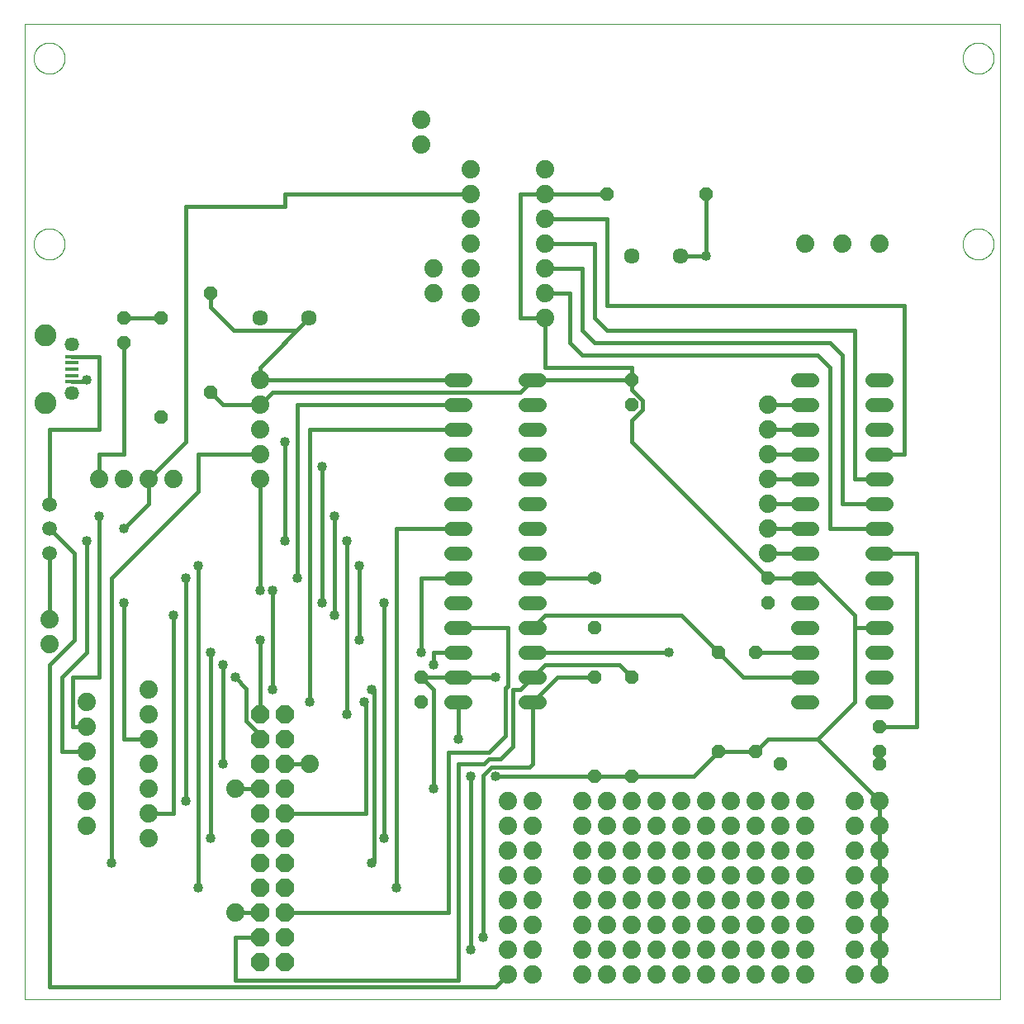
<source format=gtl>
G75*
%MOIN*%
%OFA0B0*%
%FSLAX25Y25*%
%IPPOS*%
%LPD*%
%AMOC8*
5,1,8,0,0,1.08239X$1,22.5*
%
%ADD10C,0.00000*%
%ADD11C,0.05600*%
%ADD12R,0.05315X0.01575*%
%ADD13C,0.05746*%
%ADD14C,0.08858*%
%ADD15C,0.07400*%
%ADD16C,0.05943*%
%ADD17OC8,0.05600*%
%ADD18C,0.06337*%
%ADD19C,0.05600*%
%ADD20OC8,0.07400*%
%ADD21C,0.01600*%
%ADD22C,0.04000*%
D10*
X0091250Y0001800D02*
X0091250Y0395501D01*
X0484951Y0395501D01*
X0484951Y0001800D01*
X0091250Y0001800D01*
X0095000Y0306800D02*
X0095002Y0306958D01*
X0095008Y0307115D01*
X0095018Y0307273D01*
X0095032Y0307430D01*
X0095050Y0307586D01*
X0095071Y0307743D01*
X0095097Y0307898D01*
X0095127Y0308053D01*
X0095160Y0308207D01*
X0095198Y0308360D01*
X0095239Y0308513D01*
X0095284Y0308664D01*
X0095333Y0308814D01*
X0095386Y0308962D01*
X0095442Y0309110D01*
X0095503Y0309255D01*
X0095566Y0309400D01*
X0095634Y0309542D01*
X0095705Y0309683D01*
X0095779Y0309822D01*
X0095857Y0309959D01*
X0095939Y0310094D01*
X0096023Y0310227D01*
X0096112Y0310358D01*
X0096203Y0310486D01*
X0096298Y0310613D01*
X0096395Y0310736D01*
X0096496Y0310858D01*
X0096600Y0310976D01*
X0096707Y0311092D01*
X0096817Y0311205D01*
X0096929Y0311316D01*
X0097045Y0311423D01*
X0097163Y0311528D01*
X0097283Y0311630D01*
X0097406Y0311728D01*
X0097532Y0311824D01*
X0097660Y0311916D01*
X0097790Y0312005D01*
X0097922Y0312091D01*
X0098057Y0312173D01*
X0098194Y0312252D01*
X0098332Y0312327D01*
X0098472Y0312399D01*
X0098615Y0312467D01*
X0098758Y0312532D01*
X0098904Y0312593D01*
X0099051Y0312650D01*
X0099199Y0312704D01*
X0099349Y0312754D01*
X0099499Y0312800D01*
X0099651Y0312842D01*
X0099804Y0312881D01*
X0099958Y0312915D01*
X0100113Y0312946D01*
X0100268Y0312972D01*
X0100424Y0312995D01*
X0100581Y0313014D01*
X0100738Y0313029D01*
X0100895Y0313040D01*
X0101053Y0313047D01*
X0101211Y0313050D01*
X0101368Y0313049D01*
X0101526Y0313044D01*
X0101683Y0313035D01*
X0101841Y0313022D01*
X0101997Y0313005D01*
X0102154Y0312984D01*
X0102309Y0312960D01*
X0102464Y0312931D01*
X0102619Y0312898D01*
X0102772Y0312862D01*
X0102925Y0312821D01*
X0103076Y0312777D01*
X0103226Y0312729D01*
X0103375Y0312678D01*
X0103523Y0312622D01*
X0103669Y0312563D01*
X0103814Y0312500D01*
X0103957Y0312433D01*
X0104098Y0312363D01*
X0104237Y0312290D01*
X0104375Y0312213D01*
X0104511Y0312132D01*
X0104644Y0312048D01*
X0104775Y0311961D01*
X0104904Y0311870D01*
X0105031Y0311776D01*
X0105156Y0311679D01*
X0105277Y0311579D01*
X0105397Y0311476D01*
X0105513Y0311370D01*
X0105627Y0311261D01*
X0105739Y0311149D01*
X0105847Y0311035D01*
X0105952Y0310917D01*
X0106055Y0310797D01*
X0106154Y0310675D01*
X0106250Y0310550D01*
X0106343Y0310422D01*
X0106433Y0310293D01*
X0106519Y0310161D01*
X0106603Y0310027D01*
X0106682Y0309891D01*
X0106759Y0309753D01*
X0106831Y0309613D01*
X0106900Y0309471D01*
X0106966Y0309328D01*
X0107028Y0309183D01*
X0107086Y0309036D01*
X0107141Y0308888D01*
X0107192Y0308739D01*
X0107239Y0308588D01*
X0107282Y0308437D01*
X0107321Y0308284D01*
X0107357Y0308130D01*
X0107388Y0307976D01*
X0107416Y0307821D01*
X0107440Y0307665D01*
X0107460Y0307508D01*
X0107476Y0307351D01*
X0107488Y0307194D01*
X0107496Y0307037D01*
X0107500Y0306879D01*
X0107500Y0306721D01*
X0107496Y0306563D01*
X0107488Y0306406D01*
X0107476Y0306249D01*
X0107460Y0306092D01*
X0107440Y0305935D01*
X0107416Y0305779D01*
X0107388Y0305624D01*
X0107357Y0305470D01*
X0107321Y0305316D01*
X0107282Y0305163D01*
X0107239Y0305012D01*
X0107192Y0304861D01*
X0107141Y0304712D01*
X0107086Y0304564D01*
X0107028Y0304417D01*
X0106966Y0304272D01*
X0106900Y0304129D01*
X0106831Y0303987D01*
X0106759Y0303847D01*
X0106682Y0303709D01*
X0106603Y0303573D01*
X0106519Y0303439D01*
X0106433Y0303307D01*
X0106343Y0303178D01*
X0106250Y0303050D01*
X0106154Y0302925D01*
X0106055Y0302803D01*
X0105952Y0302683D01*
X0105847Y0302565D01*
X0105739Y0302451D01*
X0105627Y0302339D01*
X0105513Y0302230D01*
X0105397Y0302124D01*
X0105277Y0302021D01*
X0105156Y0301921D01*
X0105031Y0301824D01*
X0104904Y0301730D01*
X0104775Y0301639D01*
X0104644Y0301552D01*
X0104511Y0301468D01*
X0104375Y0301387D01*
X0104237Y0301310D01*
X0104098Y0301237D01*
X0103957Y0301167D01*
X0103814Y0301100D01*
X0103669Y0301037D01*
X0103523Y0300978D01*
X0103375Y0300922D01*
X0103226Y0300871D01*
X0103076Y0300823D01*
X0102925Y0300779D01*
X0102772Y0300738D01*
X0102619Y0300702D01*
X0102464Y0300669D01*
X0102309Y0300640D01*
X0102154Y0300616D01*
X0101997Y0300595D01*
X0101841Y0300578D01*
X0101683Y0300565D01*
X0101526Y0300556D01*
X0101368Y0300551D01*
X0101211Y0300550D01*
X0101053Y0300553D01*
X0100895Y0300560D01*
X0100738Y0300571D01*
X0100581Y0300586D01*
X0100424Y0300605D01*
X0100268Y0300628D01*
X0100113Y0300654D01*
X0099958Y0300685D01*
X0099804Y0300719D01*
X0099651Y0300758D01*
X0099499Y0300800D01*
X0099349Y0300846D01*
X0099199Y0300896D01*
X0099051Y0300950D01*
X0098904Y0301007D01*
X0098758Y0301068D01*
X0098615Y0301133D01*
X0098472Y0301201D01*
X0098332Y0301273D01*
X0098194Y0301348D01*
X0098057Y0301427D01*
X0097922Y0301509D01*
X0097790Y0301595D01*
X0097660Y0301684D01*
X0097532Y0301776D01*
X0097406Y0301872D01*
X0097283Y0301970D01*
X0097163Y0302072D01*
X0097045Y0302177D01*
X0096929Y0302284D01*
X0096817Y0302395D01*
X0096707Y0302508D01*
X0096600Y0302624D01*
X0096496Y0302742D01*
X0096395Y0302864D01*
X0096298Y0302987D01*
X0096203Y0303114D01*
X0096112Y0303242D01*
X0096023Y0303373D01*
X0095939Y0303506D01*
X0095857Y0303641D01*
X0095779Y0303778D01*
X0095705Y0303917D01*
X0095634Y0304058D01*
X0095566Y0304200D01*
X0095503Y0304345D01*
X0095442Y0304490D01*
X0095386Y0304638D01*
X0095333Y0304786D01*
X0095284Y0304936D01*
X0095239Y0305087D01*
X0095198Y0305240D01*
X0095160Y0305393D01*
X0095127Y0305547D01*
X0095097Y0305702D01*
X0095071Y0305857D01*
X0095050Y0306014D01*
X0095032Y0306170D01*
X0095018Y0306327D01*
X0095008Y0306485D01*
X0095002Y0306642D01*
X0095000Y0306800D01*
X0095000Y0381800D02*
X0095002Y0381958D01*
X0095008Y0382115D01*
X0095018Y0382273D01*
X0095032Y0382430D01*
X0095050Y0382586D01*
X0095071Y0382743D01*
X0095097Y0382898D01*
X0095127Y0383053D01*
X0095160Y0383207D01*
X0095198Y0383360D01*
X0095239Y0383513D01*
X0095284Y0383664D01*
X0095333Y0383814D01*
X0095386Y0383962D01*
X0095442Y0384110D01*
X0095503Y0384255D01*
X0095566Y0384400D01*
X0095634Y0384542D01*
X0095705Y0384683D01*
X0095779Y0384822D01*
X0095857Y0384959D01*
X0095939Y0385094D01*
X0096023Y0385227D01*
X0096112Y0385358D01*
X0096203Y0385486D01*
X0096298Y0385613D01*
X0096395Y0385736D01*
X0096496Y0385858D01*
X0096600Y0385976D01*
X0096707Y0386092D01*
X0096817Y0386205D01*
X0096929Y0386316D01*
X0097045Y0386423D01*
X0097163Y0386528D01*
X0097283Y0386630D01*
X0097406Y0386728D01*
X0097532Y0386824D01*
X0097660Y0386916D01*
X0097790Y0387005D01*
X0097922Y0387091D01*
X0098057Y0387173D01*
X0098194Y0387252D01*
X0098332Y0387327D01*
X0098472Y0387399D01*
X0098615Y0387467D01*
X0098758Y0387532D01*
X0098904Y0387593D01*
X0099051Y0387650D01*
X0099199Y0387704D01*
X0099349Y0387754D01*
X0099499Y0387800D01*
X0099651Y0387842D01*
X0099804Y0387881D01*
X0099958Y0387915D01*
X0100113Y0387946D01*
X0100268Y0387972D01*
X0100424Y0387995D01*
X0100581Y0388014D01*
X0100738Y0388029D01*
X0100895Y0388040D01*
X0101053Y0388047D01*
X0101211Y0388050D01*
X0101368Y0388049D01*
X0101526Y0388044D01*
X0101683Y0388035D01*
X0101841Y0388022D01*
X0101997Y0388005D01*
X0102154Y0387984D01*
X0102309Y0387960D01*
X0102464Y0387931D01*
X0102619Y0387898D01*
X0102772Y0387862D01*
X0102925Y0387821D01*
X0103076Y0387777D01*
X0103226Y0387729D01*
X0103375Y0387678D01*
X0103523Y0387622D01*
X0103669Y0387563D01*
X0103814Y0387500D01*
X0103957Y0387433D01*
X0104098Y0387363D01*
X0104237Y0387290D01*
X0104375Y0387213D01*
X0104511Y0387132D01*
X0104644Y0387048D01*
X0104775Y0386961D01*
X0104904Y0386870D01*
X0105031Y0386776D01*
X0105156Y0386679D01*
X0105277Y0386579D01*
X0105397Y0386476D01*
X0105513Y0386370D01*
X0105627Y0386261D01*
X0105739Y0386149D01*
X0105847Y0386035D01*
X0105952Y0385917D01*
X0106055Y0385797D01*
X0106154Y0385675D01*
X0106250Y0385550D01*
X0106343Y0385422D01*
X0106433Y0385293D01*
X0106519Y0385161D01*
X0106603Y0385027D01*
X0106682Y0384891D01*
X0106759Y0384753D01*
X0106831Y0384613D01*
X0106900Y0384471D01*
X0106966Y0384328D01*
X0107028Y0384183D01*
X0107086Y0384036D01*
X0107141Y0383888D01*
X0107192Y0383739D01*
X0107239Y0383588D01*
X0107282Y0383437D01*
X0107321Y0383284D01*
X0107357Y0383130D01*
X0107388Y0382976D01*
X0107416Y0382821D01*
X0107440Y0382665D01*
X0107460Y0382508D01*
X0107476Y0382351D01*
X0107488Y0382194D01*
X0107496Y0382037D01*
X0107500Y0381879D01*
X0107500Y0381721D01*
X0107496Y0381563D01*
X0107488Y0381406D01*
X0107476Y0381249D01*
X0107460Y0381092D01*
X0107440Y0380935D01*
X0107416Y0380779D01*
X0107388Y0380624D01*
X0107357Y0380470D01*
X0107321Y0380316D01*
X0107282Y0380163D01*
X0107239Y0380012D01*
X0107192Y0379861D01*
X0107141Y0379712D01*
X0107086Y0379564D01*
X0107028Y0379417D01*
X0106966Y0379272D01*
X0106900Y0379129D01*
X0106831Y0378987D01*
X0106759Y0378847D01*
X0106682Y0378709D01*
X0106603Y0378573D01*
X0106519Y0378439D01*
X0106433Y0378307D01*
X0106343Y0378178D01*
X0106250Y0378050D01*
X0106154Y0377925D01*
X0106055Y0377803D01*
X0105952Y0377683D01*
X0105847Y0377565D01*
X0105739Y0377451D01*
X0105627Y0377339D01*
X0105513Y0377230D01*
X0105397Y0377124D01*
X0105277Y0377021D01*
X0105156Y0376921D01*
X0105031Y0376824D01*
X0104904Y0376730D01*
X0104775Y0376639D01*
X0104644Y0376552D01*
X0104511Y0376468D01*
X0104375Y0376387D01*
X0104237Y0376310D01*
X0104098Y0376237D01*
X0103957Y0376167D01*
X0103814Y0376100D01*
X0103669Y0376037D01*
X0103523Y0375978D01*
X0103375Y0375922D01*
X0103226Y0375871D01*
X0103076Y0375823D01*
X0102925Y0375779D01*
X0102772Y0375738D01*
X0102619Y0375702D01*
X0102464Y0375669D01*
X0102309Y0375640D01*
X0102154Y0375616D01*
X0101997Y0375595D01*
X0101841Y0375578D01*
X0101683Y0375565D01*
X0101526Y0375556D01*
X0101368Y0375551D01*
X0101211Y0375550D01*
X0101053Y0375553D01*
X0100895Y0375560D01*
X0100738Y0375571D01*
X0100581Y0375586D01*
X0100424Y0375605D01*
X0100268Y0375628D01*
X0100113Y0375654D01*
X0099958Y0375685D01*
X0099804Y0375719D01*
X0099651Y0375758D01*
X0099499Y0375800D01*
X0099349Y0375846D01*
X0099199Y0375896D01*
X0099051Y0375950D01*
X0098904Y0376007D01*
X0098758Y0376068D01*
X0098615Y0376133D01*
X0098472Y0376201D01*
X0098332Y0376273D01*
X0098194Y0376348D01*
X0098057Y0376427D01*
X0097922Y0376509D01*
X0097790Y0376595D01*
X0097660Y0376684D01*
X0097532Y0376776D01*
X0097406Y0376872D01*
X0097283Y0376970D01*
X0097163Y0377072D01*
X0097045Y0377177D01*
X0096929Y0377284D01*
X0096817Y0377395D01*
X0096707Y0377508D01*
X0096600Y0377624D01*
X0096496Y0377742D01*
X0096395Y0377864D01*
X0096298Y0377987D01*
X0096203Y0378114D01*
X0096112Y0378242D01*
X0096023Y0378373D01*
X0095939Y0378506D01*
X0095857Y0378641D01*
X0095779Y0378778D01*
X0095705Y0378917D01*
X0095634Y0379058D01*
X0095566Y0379200D01*
X0095503Y0379345D01*
X0095442Y0379490D01*
X0095386Y0379638D01*
X0095333Y0379786D01*
X0095284Y0379936D01*
X0095239Y0380087D01*
X0095198Y0380240D01*
X0095160Y0380393D01*
X0095127Y0380547D01*
X0095097Y0380702D01*
X0095071Y0380857D01*
X0095050Y0381014D01*
X0095032Y0381170D01*
X0095018Y0381327D01*
X0095008Y0381485D01*
X0095002Y0381642D01*
X0095000Y0381800D01*
X0470000Y0381800D02*
X0470002Y0381958D01*
X0470008Y0382115D01*
X0470018Y0382273D01*
X0470032Y0382430D01*
X0470050Y0382586D01*
X0470071Y0382743D01*
X0470097Y0382898D01*
X0470127Y0383053D01*
X0470160Y0383207D01*
X0470198Y0383360D01*
X0470239Y0383513D01*
X0470284Y0383664D01*
X0470333Y0383814D01*
X0470386Y0383962D01*
X0470442Y0384110D01*
X0470503Y0384255D01*
X0470566Y0384400D01*
X0470634Y0384542D01*
X0470705Y0384683D01*
X0470779Y0384822D01*
X0470857Y0384959D01*
X0470939Y0385094D01*
X0471023Y0385227D01*
X0471112Y0385358D01*
X0471203Y0385486D01*
X0471298Y0385613D01*
X0471395Y0385736D01*
X0471496Y0385858D01*
X0471600Y0385976D01*
X0471707Y0386092D01*
X0471817Y0386205D01*
X0471929Y0386316D01*
X0472045Y0386423D01*
X0472163Y0386528D01*
X0472283Y0386630D01*
X0472406Y0386728D01*
X0472532Y0386824D01*
X0472660Y0386916D01*
X0472790Y0387005D01*
X0472922Y0387091D01*
X0473057Y0387173D01*
X0473194Y0387252D01*
X0473332Y0387327D01*
X0473472Y0387399D01*
X0473615Y0387467D01*
X0473758Y0387532D01*
X0473904Y0387593D01*
X0474051Y0387650D01*
X0474199Y0387704D01*
X0474349Y0387754D01*
X0474499Y0387800D01*
X0474651Y0387842D01*
X0474804Y0387881D01*
X0474958Y0387915D01*
X0475113Y0387946D01*
X0475268Y0387972D01*
X0475424Y0387995D01*
X0475581Y0388014D01*
X0475738Y0388029D01*
X0475895Y0388040D01*
X0476053Y0388047D01*
X0476211Y0388050D01*
X0476368Y0388049D01*
X0476526Y0388044D01*
X0476683Y0388035D01*
X0476841Y0388022D01*
X0476997Y0388005D01*
X0477154Y0387984D01*
X0477309Y0387960D01*
X0477464Y0387931D01*
X0477619Y0387898D01*
X0477772Y0387862D01*
X0477925Y0387821D01*
X0478076Y0387777D01*
X0478226Y0387729D01*
X0478375Y0387678D01*
X0478523Y0387622D01*
X0478669Y0387563D01*
X0478814Y0387500D01*
X0478957Y0387433D01*
X0479098Y0387363D01*
X0479237Y0387290D01*
X0479375Y0387213D01*
X0479511Y0387132D01*
X0479644Y0387048D01*
X0479775Y0386961D01*
X0479904Y0386870D01*
X0480031Y0386776D01*
X0480156Y0386679D01*
X0480277Y0386579D01*
X0480397Y0386476D01*
X0480513Y0386370D01*
X0480627Y0386261D01*
X0480739Y0386149D01*
X0480847Y0386035D01*
X0480952Y0385917D01*
X0481055Y0385797D01*
X0481154Y0385675D01*
X0481250Y0385550D01*
X0481343Y0385422D01*
X0481433Y0385293D01*
X0481519Y0385161D01*
X0481603Y0385027D01*
X0481682Y0384891D01*
X0481759Y0384753D01*
X0481831Y0384613D01*
X0481900Y0384471D01*
X0481966Y0384328D01*
X0482028Y0384183D01*
X0482086Y0384036D01*
X0482141Y0383888D01*
X0482192Y0383739D01*
X0482239Y0383588D01*
X0482282Y0383437D01*
X0482321Y0383284D01*
X0482357Y0383130D01*
X0482388Y0382976D01*
X0482416Y0382821D01*
X0482440Y0382665D01*
X0482460Y0382508D01*
X0482476Y0382351D01*
X0482488Y0382194D01*
X0482496Y0382037D01*
X0482500Y0381879D01*
X0482500Y0381721D01*
X0482496Y0381563D01*
X0482488Y0381406D01*
X0482476Y0381249D01*
X0482460Y0381092D01*
X0482440Y0380935D01*
X0482416Y0380779D01*
X0482388Y0380624D01*
X0482357Y0380470D01*
X0482321Y0380316D01*
X0482282Y0380163D01*
X0482239Y0380012D01*
X0482192Y0379861D01*
X0482141Y0379712D01*
X0482086Y0379564D01*
X0482028Y0379417D01*
X0481966Y0379272D01*
X0481900Y0379129D01*
X0481831Y0378987D01*
X0481759Y0378847D01*
X0481682Y0378709D01*
X0481603Y0378573D01*
X0481519Y0378439D01*
X0481433Y0378307D01*
X0481343Y0378178D01*
X0481250Y0378050D01*
X0481154Y0377925D01*
X0481055Y0377803D01*
X0480952Y0377683D01*
X0480847Y0377565D01*
X0480739Y0377451D01*
X0480627Y0377339D01*
X0480513Y0377230D01*
X0480397Y0377124D01*
X0480277Y0377021D01*
X0480156Y0376921D01*
X0480031Y0376824D01*
X0479904Y0376730D01*
X0479775Y0376639D01*
X0479644Y0376552D01*
X0479511Y0376468D01*
X0479375Y0376387D01*
X0479237Y0376310D01*
X0479098Y0376237D01*
X0478957Y0376167D01*
X0478814Y0376100D01*
X0478669Y0376037D01*
X0478523Y0375978D01*
X0478375Y0375922D01*
X0478226Y0375871D01*
X0478076Y0375823D01*
X0477925Y0375779D01*
X0477772Y0375738D01*
X0477619Y0375702D01*
X0477464Y0375669D01*
X0477309Y0375640D01*
X0477154Y0375616D01*
X0476997Y0375595D01*
X0476841Y0375578D01*
X0476683Y0375565D01*
X0476526Y0375556D01*
X0476368Y0375551D01*
X0476211Y0375550D01*
X0476053Y0375553D01*
X0475895Y0375560D01*
X0475738Y0375571D01*
X0475581Y0375586D01*
X0475424Y0375605D01*
X0475268Y0375628D01*
X0475113Y0375654D01*
X0474958Y0375685D01*
X0474804Y0375719D01*
X0474651Y0375758D01*
X0474499Y0375800D01*
X0474349Y0375846D01*
X0474199Y0375896D01*
X0474051Y0375950D01*
X0473904Y0376007D01*
X0473758Y0376068D01*
X0473615Y0376133D01*
X0473472Y0376201D01*
X0473332Y0376273D01*
X0473194Y0376348D01*
X0473057Y0376427D01*
X0472922Y0376509D01*
X0472790Y0376595D01*
X0472660Y0376684D01*
X0472532Y0376776D01*
X0472406Y0376872D01*
X0472283Y0376970D01*
X0472163Y0377072D01*
X0472045Y0377177D01*
X0471929Y0377284D01*
X0471817Y0377395D01*
X0471707Y0377508D01*
X0471600Y0377624D01*
X0471496Y0377742D01*
X0471395Y0377864D01*
X0471298Y0377987D01*
X0471203Y0378114D01*
X0471112Y0378242D01*
X0471023Y0378373D01*
X0470939Y0378506D01*
X0470857Y0378641D01*
X0470779Y0378778D01*
X0470705Y0378917D01*
X0470634Y0379058D01*
X0470566Y0379200D01*
X0470503Y0379345D01*
X0470442Y0379490D01*
X0470386Y0379638D01*
X0470333Y0379786D01*
X0470284Y0379936D01*
X0470239Y0380087D01*
X0470198Y0380240D01*
X0470160Y0380393D01*
X0470127Y0380547D01*
X0470097Y0380702D01*
X0470071Y0380857D01*
X0470050Y0381014D01*
X0470032Y0381170D01*
X0470018Y0381327D01*
X0470008Y0381485D01*
X0470002Y0381642D01*
X0470000Y0381800D01*
X0470000Y0306800D02*
X0470002Y0306958D01*
X0470008Y0307115D01*
X0470018Y0307273D01*
X0470032Y0307430D01*
X0470050Y0307586D01*
X0470071Y0307743D01*
X0470097Y0307898D01*
X0470127Y0308053D01*
X0470160Y0308207D01*
X0470198Y0308360D01*
X0470239Y0308513D01*
X0470284Y0308664D01*
X0470333Y0308814D01*
X0470386Y0308962D01*
X0470442Y0309110D01*
X0470503Y0309255D01*
X0470566Y0309400D01*
X0470634Y0309542D01*
X0470705Y0309683D01*
X0470779Y0309822D01*
X0470857Y0309959D01*
X0470939Y0310094D01*
X0471023Y0310227D01*
X0471112Y0310358D01*
X0471203Y0310486D01*
X0471298Y0310613D01*
X0471395Y0310736D01*
X0471496Y0310858D01*
X0471600Y0310976D01*
X0471707Y0311092D01*
X0471817Y0311205D01*
X0471929Y0311316D01*
X0472045Y0311423D01*
X0472163Y0311528D01*
X0472283Y0311630D01*
X0472406Y0311728D01*
X0472532Y0311824D01*
X0472660Y0311916D01*
X0472790Y0312005D01*
X0472922Y0312091D01*
X0473057Y0312173D01*
X0473194Y0312252D01*
X0473332Y0312327D01*
X0473472Y0312399D01*
X0473615Y0312467D01*
X0473758Y0312532D01*
X0473904Y0312593D01*
X0474051Y0312650D01*
X0474199Y0312704D01*
X0474349Y0312754D01*
X0474499Y0312800D01*
X0474651Y0312842D01*
X0474804Y0312881D01*
X0474958Y0312915D01*
X0475113Y0312946D01*
X0475268Y0312972D01*
X0475424Y0312995D01*
X0475581Y0313014D01*
X0475738Y0313029D01*
X0475895Y0313040D01*
X0476053Y0313047D01*
X0476211Y0313050D01*
X0476368Y0313049D01*
X0476526Y0313044D01*
X0476683Y0313035D01*
X0476841Y0313022D01*
X0476997Y0313005D01*
X0477154Y0312984D01*
X0477309Y0312960D01*
X0477464Y0312931D01*
X0477619Y0312898D01*
X0477772Y0312862D01*
X0477925Y0312821D01*
X0478076Y0312777D01*
X0478226Y0312729D01*
X0478375Y0312678D01*
X0478523Y0312622D01*
X0478669Y0312563D01*
X0478814Y0312500D01*
X0478957Y0312433D01*
X0479098Y0312363D01*
X0479237Y0312290D01*
X0479375Y0312213D01*
X0479511Y0312132D01*
X0479644Y0312048D01*
X0479775Y0311961D01*
X0479904Y0311870D01*
X0480031Y0311776D01*
X0480156Y0311679D01*
X0480277Y0311579D01*
X0480397Y0311476D01*
X0480513Y0311370D01*
X0480627Y0311261D01*
X0480739Y0311149D01*
X0480847Y0311035D01*
X0480952Y0310917D01*
X0481055Y0310797D01*
X0481154Y0310675D01*
X0481250Y0310550D01*
X0481343Y0310422D01*
X0481433Y0310293D01*
X0481519Y0310161D01*
X0481603Y0310027D01*
X0481682Y0309891D01*
X0481759Y0309753D01*
X0481831Y0309613D01*
X0481900Y0309471D01*
X0481966Y0309328D01*
X0482028Y0309183D01*
X0482086Y0309036D01*
X0482141Y0308888D01*
X0482192Y0308739D01*
X0482239Y0308588D01*
X0482282Y0308437D01*
X0482321Y0308284D01*
X0482357Y0308130D01*
X0482388Y0307976D01*
X0482416Y0307821D01*
X0482440Y0307665D01*
X0482460Y0307508D01*
X0482476Y0307351D01*
X0482488Y0307194D01*
X0482496Y0307037D01*
X0482500Y0306879D01*
X0482500Y0306721D01*
X0482496Y0306563D01*
X0482488Y0306406D01*
X0482476Y0306249D01*
X0482460Y0306092D01*
X0482440Y0305935D01*
X0482416Y0305779D01*
X0482388Y0305624D01*
X0482357Y0305470D01*
X0482321Y0305316D01*
X0482282Y0305163D01*
X0482239Y0305012D01*
X0482192Y0304861D01*
X0482141Y0304712D01*
X0482086Y0304564D01*
X0482028Y0304417D01*
X0481966Y0304272D01*
X0481900Y0304129D01*
X0481831Y0303987D01*
X0481759Y0303847D01*
X0481682Y0303709D01*
X0481603Y0303573D01*
X0481519Y0303439D01*
X0481433Y0303307D01*
X0481343Y0303178D01*
X0481250Y0303050D01*
X0481154Y0302925D01*
X0481055Y0302803D01*
X0480952Y0302683D01*
X0480847Y0302565D01*
X0480739Y0302451D01*
X0480627Y0302339D01*
X0480513Y0302230D01*
X0480397Y0302124D01*
X0480277Y0302021D01*
X0480156Y0301921D01*
X0480031Y0301824D01*
X0479904Y0301730D01*
X0479775Y0301639D01*
X0479644Y0301552D01*
X0479511Y0301468D01*
X0479375Y0301387D01*
X0479237Y0301310D01*
X0479098Y0301237D01*
X0478957Y0301167D01*
X0478814Y0301100D01*
X0478669Y0301037D01*
X0478523Y0300978D01*
X0478375Y0300922D01*
X0478226Y0300871D01*
X0478076Y0300823D01*
X0477925Y0300779D01*
X0477772Y0300738D01*
X0477619Y0300702D01*
X0477464Y0300669D01*
X0477309Y0300640D01*
X0477154Y0300616D01*
X0476997Y0300595D01*
X0476841Y0300578D01*
X0476683Y0300565D01*
X0476526Y0300556D01*
X0476368Y0300551D01*
X0476211Y0300550D01*
X0476053Y0300553D01*
X0475895Y0300560D01*
X0475738Y0300571D01*
X0475581Y0300586D01*
X0475424Y0300605D01*
X0475268Y0300628D01*
X0475113Y0300654D01*
X0474958Y0300685D01*
X0474804Y0300719D01*
X0474651Y0300758D01*
X0474499Y0300800D01*
X0474349Y0300846D01*
X0474199Y0300896D01*
X0474051Y0300950D01*
X0473904Y0301007D01*
X0473758Y0301068D01*
X0473615Y0301133D01*
X0473472Y0301201D01*
X0473332Y0301273D01*
X0473194Y0301348D01*
X0473057Y0301427D01*
X0472922Y0301509D01*
X0472790Y0301595D01*
X0472660Y0301684D01*
X0472532Y0301776D01*
X0472406Y0301872D01*
X0472283Y0301970D01*
X0472163Y0302072D01*
X0472045Y0302177D01*
X0471929Y0302284D01*
X0471817Y0302395D01*
X0471707Y0302508D01*
X0471600Y0302624D01*
X0471496Y0302742D01*
X0471395Y0302864D01*
X0471298Y0302987D01*
X0471203Y0303114D01*
X0471112Y0303242D01*
X0471023Y0303373D01*
X0470939Y0303506D01*
X0470857Y0303641D01*
X0470779Y0303778D01*
X0470705Y0303917D01*
X0470634Y0304058D01*
X0470566Y0304200D01*
X0470503Y0304345D01*
X0470442Y0304490D01*
X0470386Y0304638D01*
X0470333Y0304786D01*
X0470284Y0304936D01*
X0470239Y0305087D01*
X0470198Y0305240D01*
X0470160Y0305393D01*
X0470127Y0305547D01*
X0470097Y0305702D01*
X0470071Y0305857D01*
X0470050Y0306014D01*
X0470032Y0306170D01*
X0470018Y0306327D01*
X0470008Y0306485D01*
X0470002Y0306642D01*
X0470000Y0306800D01*
D11*
X0439050Y0251800D02*
X0433450Y0251800D01*
X0433450Y0241800D02*
X0439050Y0241800D01*
X0439050Y0231800D02*
X0433450Y0231800D01*
X0433450Y0221800D02*
X0439050Y0221800D01*
X0439050Y0211800D02*
X0433450Y0211800D01*
X0433450Y0201800D02*
X0439050Y0201800D01*
X0439050Y0191800D02*
X0433450Y0191800D01*
X0433450Y0181800D02*
X0439050Y0181800D01*
X0439050Y0171800D02*
X0433450Y0171800D01*
X0433450Y0161800D02*
X0439050Y0161800D01*
X0439050Y0151800D02*
X0433450Y0151800D01*
X0433450Y0141800D02*
X0439050Y0141800D01*
X0439050Y0131800D02*
X0433450Y0131800D01*
X0433450Y0121800D02*
X0439050Y0121800D01*
X0409050Y0121800D02*
X0403450Y0121800D01*
X0403450Y0131800D02*
X0409050Y0131800D01*
X0409050Y0141800D02*
X0403450Y0141800D01*
X0403450Y0151800D02*
X0409050Y0151800D01*
X0409050Y0161800D02*
X0403450Y0161800D01*
X0403450Y0171800D02*
X0409050Y0171800D01*
X0409050Y0181800D02*
X0403450Y0181800D01*
X0403450Y0191800D02*
X0409050Y0191800D01*
X0409050Y0201800D02*
X0403450Y0201800D01*
X0403450Y0211800D02*
X0409050Y0211800D01*
X0409050Y0221800D02*
X0403450Y0221800D01*
X0403450Y0231800D02*
X0409050Y0231800D01*
X0409050Y0241800D02*
X0403450Y0241800D01*
X0403450Y0251800D02*
X0409050Y0251800D01*
X0299050Y0251800D02*
X0293450Y0251800D01*
X0293450Y0241800D02*
X0299050Y0241800D01*
X0299050Y0231800D02*
X0293450Y0231800D01*
X0293450Y0221800D02*
X0299050Y0221800D01*
X0299050Y0211800D02*
X0293450Y0211800D01*
X0293450Y0201800D02*
X0299050Y0201800D01*
X0299050Y0191800D02*
X0293450Y0191800D01*
X0293450Y0181800D02*
X0299050Y0181800D01*
X0299050Y0171800D02*
X0293450Y0171800D01*
X0293450Y0161800D02*
X0299050Y0161800D01*
X0299050Y0151800D02*
X0293450Y0151800D01*
X0293450Y0141800D02*
X0299050Y0141800D01*
X0299050Y0131800D02*
X0293450Y0131800D01*
X0293450Y0121800D02*
X0299050Y0121800D01*
X0269050Y0121800D02*
X0263450Y0121800D01*
X0263450Y0131800D02*
X0269050Y0131800D01*
X0269050Y0141800D02*
X0263450Y0141800D01*
X0263450Y0151800D02*
X0269050Y0151800D01*
X0269050Y0161800D02*
X0263450Y0161800D01*
X0263450Y0171800D02*
X0269050Y0171800D01*
X0269050Y0181800D02*
X0263450Y0181800D01*
X0263450Y0191800D02*
X0269050Y0191800D01*
X0269050Y0201800D02*
X0263450Y0201800D01*
X0263450Y0211800D02*
X0269050Y0211800D01*
X0269050Y0221800D02*
X0263450Y0221800D01*
X0263450Y0231800D02*
X0269050Y0231800D01*
X0269050Y0241800D02*
X0263450Y0241800D01*
X0263450Y0251800D02*
X0269050Y0251800D01*
D12*
X0110380Y0251182D03*
X0110380Y0253741D03*
X0110380Y0256300D03*
X0110380Y0258859D03*
X0110380Y0261418D03*
D13*
X0110380Y0266143D03*
X0110380Y0246457D03*
D14*
X0099750Y0242520D03*
X0099750Y0270080D03*
D15*
X0121250Y0211800D03*
X0131250Y0211800D03*
X0141250Y0211800D03*
X0151250Y0211800D03*
X0186250Y0211800D03*
X0186250Y0221800D03*
X0186250Y0231800D03*
X0186250Y0241800D03*
X0186250Y0251800D03*
X0256250Y0286800D03*
X0256250Y0296800D03*
X0271250Y0296800D03*
X0271250Y0306800D03*
X0271250Y0316800D03*
X0271250Y0326800D03*
X0271250Y0336800D03*
X0251250Y0346800D03*
X0251250Y0356800D03*
X0301250Y0336800D03*
X0301250Y0326800D03*
X0301250Y0316800D03*
X0301250Y0306800D03*
X0301250Y0296800D03*
X0301250Y0286800D03*
X0301250Y0276800D03*
X0271250Y0276800D03*
X0271250Y0286800D03*
X0391250Y0241800D03*
X0391250Y0231800D03*
X0391250Y0221800D03*
X0391250Y0211800D03*
X0391250Y0201800D03*
X0391250Y0191800D03*
X0391250Y0181800D03*
X0386250Y0081800D03*
X0386250Y0071800D03*
X0376250Y0071800D03*
X0376250Y0081800D03*
X0366250Y0081800D03*
X0366250Y0071800D03*
X0366250Y0061800D03*
X0376250Y0061800D03*
X0386250Y0061800D03*
X0396250Y0061800D03*
X0406250Y0061800D03*
X0406250Y0051800D03*
X0406250Y0041800D03*
X0396250Y0041800D03*
X0396250Y0051800D03*
X0386250Y0051800D03*
X0386250Y0041800D03*
X0376250Y0041800D03*
X0376250Y0051800D03*
X0366250Y0051800D03*
X0366250Y0041800D03*
X0366250Y0031800D03*
X0366250Y0021800D03*
X0376250Y0021800D03*
X0376250Y0031800D03*
X0386250Y0031800D03*
X0386250Y0021800D03*
X0396250Y0021800D03*
X0396250Y0031800D03*
X0406250Y0031800D03*
X0406250Y0021800D03*
X0406250Y0011800D03*
X0396250Y0011800D03*
X0386250Y0011800D03*
X0376250Y0011800D03*
X0366250Y0011800D03*
X0356250Y0011800D03*
X0346250Y0011800D03*
X0336250Y0011800D03*
X0326250Y0011800D03*
X0316250Y0011800D03*
X0316250Y0021800D03*
X0316250Y0031800D03*
X0326250Y0031800D03*
X0326250Y0021800D03*
X0336250Y0021800D03*
X0336250Y0031800D03*
X0346250Y0031800D03*
X0346250Y0021800D03*
X0356250Y0021800D03*
X0356250Y0031800D03*
X0356250Y0041800D03*
X0356250Y0051800D03*
X0346250Y0051800D03*
X0346250Y0041800D03*
X0336250Y0041800D03*
X0336250Y0051800D03*
X0326250Y0051800D03*
X0326250Y0041800D03*
X0316250Y0041800D03*
X0316250Y0051800D03*
X0316250Y0061800D03*
X0326250Y0061800D03*
X0336250Y0061800D03*
X0346250Y0061800D03*
X0356250Y0061800D03*
X0356250Y0071800D03*
X0356250Y0081800D03*
X0346250Y0081800D03*
X0346250Y0071800D03*
X0336250Y0071800D03*
X0336250Y0081800D03*
X0326250Y0081800D03*
X0326250Y0071800D03*
X0316250Y0071800D03*
X0316250Y0081800D03*
X0296250Y0081800D03*
X0296250Y0071800D03*
X0286250Y0071800D03*
X0286250Y0081800D03*
X0286250Y0061800D03*
X0296250Y0061800D03*
X0296250Y0051800D03*
X0296250Y0041800D03*
X0286250Y0041800D03*
X0286250Y0051800D03*
X0286250Y0031800D03*
X0286250Y0021800D03*
X0296250Y0021800D03*
X0296250Y0031800D03*
X0296250Y0011800D03*
X0286250Y0011800D03*
X0176250Y0036800D03*
X0141250Y0066800D03*
X0141250Y0076800D03*
X0141250Y0086800D03*
X0141250Y0096800D03*
X0141250Y0106800D03*
X0141250Y0116800D03*
X0141250Y0126800D03*
X0116250Y0121800D03*
X0116250Y0111800D03*
X0116250Y0101800D03*
X0116250Y0091800D03*
X0116250Y0081800D03*
X0116250Y0071800D03*
X0176250Y0086800D03*
X0206250Y0096800D03*
X0101250Y0145300D03*
X0101250Y0155300D03*
X0396250Y0081800D03*
X0396250Y0071800D03*
X0406250Y0071800D03*
X0406250Y0081800D03*
X0426250Y0081800D03*
X0426250Y0071800D03*
X0436250Y0071800D03*
X0436250Y0081800D03*
X0436250Y0061800D03*
X0426250Y0061800D03*
X0426250Y0051800D03*
X0426250Y0041800D03*
X0436250Y0041800D03*
X0436250Y0051800D03*
X0436250Y0031800D03*
X0436250Y0021800D03*
X0426250Y0021800D03*
X0426250Y0031800D03*
X0426250Y0011800D03*
X0436250Y0011800D03*
X0436250Y0306800D03*
X0421250Y0306800D03*
X0406250Y0306800D03*
D16*
X0101250Y0201643D03*
X0101250Y0191800D03*
X0101250Y0181957D03*
D17*
X0146250Y0236800D03*
X0166250Y0246800D03*
X0146250Y0276800D03*
X0131250Y0276800D03*
X0131250Y0266800D03*
X0166250Y0286800D03*
X0326250Y0326800D03*
X0366250Y0326800D03*
X0336250Y0251800D03*
X0336250Y0241800D03*
X0391250Y0171800D03*
X0391250Y0161800D03*
X0386250Y0141800D03*
X0371250Y0141800D03*
X0336250Y0131800D03*
X0321250Y0131800D03*
X0321250Y0151800D03*
X0371250Y0101800D03*
X0386250Y0101800D03*
X0396250Y0096800D03*
X0436250Y0096800D03*
X0436250Y0101800D03*
X0436250Y0111800D03*
X0336250Y0091800D03*
X0321250Y0091800D03*
X0251250Y0121800D03*
X0251250Y0131800D03*
D18*
X0206093Y0276800D03*
X0186407Y0276800D03*
X0336407Y0301800D03*
X0356093Y0301800D03*
D19*
X0321250Y0171800D03*
D20*
X0196250Y0116800D03*
X0186250Y0116800D03*
X0186250Y0106800D03*
X0186250Y0096800D03*
X0196250Y0096800D03*
X0196250Y0106800D03*
X0196250Y0086800D03*
X0196250Y0076800D03*
X0186250Y0076800D03*
X0186250Y0086800D03*
X0186250Y0066800D03*
X0186250Y0056800D03*
X0196250Y0056800D03*
X0196250Y0066800D03*
X0196250Y0046800D03*
X0196250Y0036800D03*
X0186250Y0036800D03*
X0186250Y0046800D03*
X0186250Y0026800D03*
X0186250Y0016800D03*
X0196250Y0016800D03*
X0196250Y0026800D03*
D21*
X0186250Y0026800D02*
X0176250Y0026800D01*
X0176250Y0009500D01*
X0266250Y0009500D01*
X0266250Y0096800D01*
X0276639Y0096800D01*
X0278728Y0098889D01*
X0283339Y0098889D01*
X0288250Y0103800D01*
X0288250Y0126800D01*
X0291250Y0126800D01*
X0296250Y0131800D01*
X0301250Y0136800D01*
X0331250Y0136800D01*
X0336250Y0131800D01*
X0321250Y0131800D02*
X0306250Y0131800D01*
X0296250Y0121800D01*
X0296250Y0096800D01*
X0295139Y0095689D01*
X0279639Y0095689D01*
X0276250Y0092300D01*
X0276250Y0026800D01*
X0271250Y0021800D02*
X0271250Y0091800D01*
X0281250Y0091800D02*
X0321250Y0091800D01*
X0336250Y0091800D01*
X0361250Y0091800D01*
X0371250Y0101800D01*
X0386250Y0101800D01*
X0391250Y0106800D01*
X0411250Y0106800D01*
X0436250Y0081800D01*
X0436250Y0071800D01*
X0436250Y0061800D01*
X0436250Y0051800D01*
X0436250Y0041800D01*
X0436250Y0031800D01*
X0436250Y0021800D01*
X0436250Y0011800D01*
X0436250Y0096800D02*
X0436250Y0101800D01*
X0436250Y0111800D02*
X0451250Y0111800D01*
X0451250Y0181800D01*
X0436250Y0181800D01*
X0436250Y0191800D02*
X0416250Y0191800D01*
X0416250Y0256800D01*
X0411250Y0261800D01*
X0316250Y0261800D01*
X0311250Y0266800D01*
X0311250Y0286800D01*
X0301250Y0286800D01*
X0301250Y0276800D02*
X0291250Y0276800D01*
X0291250Y0326800D01*
X0301250Y0326800D01*
X0326250Y0326800D01*
X0326250Y0316800D02*
X0301250Y0316800D01*
X0301250Y0306800D02*
X0321250Y0306800D01*
X0321250Y0276800D01*
X0326250Y0271800D01*
X0426250Y0271800D01*
X0426250Y0211800D01*
X0436250Y0211800D01*
X0436250Y0221800D02*
X0446250Y0221800D01*
X0446250Y0281800D01*
X0326250Y0281800D01*
X0326250Y0316800D01*
X0316250Y0296800D02*
X0301250Y0296800D01*
X0316250Y0296800D02*
X0316250Y0271800D01*
X0321250Y0266800D01*
X0416250Y0266800D01*
X0421250Y0261800D01*
X0421250Y0201800D01*
X0436250Y0201800D01*
X0406250Y0201800D02*
X0391250Y0201800D01*
X0391250Y0191800D02*
X0406250Y0191800D01*
X0406250Y0181800D02*
X0391250Y0181800D01*
X0391250Y0171800D02*
X0406250Y0171800D01*
X0411250Y0171800D01*
X0426250Y0156800D01*
X0426250Y0151800D01*
X0426250Y0121800D01*
X0411250Y0106800D01*
X0406250Y0131800D02*
X0381250Y0131800D01*
X0371250Y0141800D01*
X0356250Y0156800D01*
X0301250Y0156800D01*
X0296250Y0151800D01*
X0286250Y0151800D02*
X0266250Y0151800D01*
X0266250Y0141800D02*
X0256250Y0141800D01*
X0256250Y0136800D01*
X0251250Y0131800D02*
X0266250Y0131800D01*
X0281250Y0131800D01*
X0285550Y0127711D02*
X0286250Y0128411D01*
X0286250Y0151800D01*
X0296250Y0141800D02*
X0351250Y0141800D01*
X0386250Y0141800D02*
X0406250Y0141800D01*
X0426250Y0151800D02*
X0436250Y0151800D01*
X0391250Y0171800D02*
X0336250Y0226800D01*
X0336250Y0235577D01*
X0340650Y0239977D01*
X0340650Y0243623D01*
X0336250Y0248023D01*
X0336250Y0251800D01*
X0296250Y0251800D01*
X0291250Y0246800D01*
X0191250Y0246800D01*
X0186250Y0241800D01*
X0171250Y0241800D01*
X0166250Y0246800D01*
X0186250Y0251800D02*
X0186250Y0256957D01*
X0206093Y0276800D01*
X0201093Y0271800D01*
X0175593Y0271800D01*
X0166250Y0281143D01*
X0166250Y0286800D01*
X0146250Y0276800D02*
X0131250Y0276800D01*
X0131250Y0266800D02*
X0131250Y0221800D01*
X0121250Y0221800D01*
X0121250Y0211800D01*
X0121250Y0196800D02*
X0121250Y0131800D01*
X0110750Y0131800D01*
X0110750Y0111800D01*
X0116250Y0111800D01*
X0116250Y0101800D02*
X0106250Y0101800D01*
X0106250Y0131800D01*
X0116250Y0141800D01*
X0116250Y0186800D01*
X0111250Y0181800D02*
X0101250Y0191800D01*
X0101250Y0201643D02*
X0101250Y0231800D01*
X0121250Y0231800D01*
X0121250Y0261300D01*
X0110498Y0261300D01*
X0110380Y0261418D01*
X0110380Y0251182D02*
X0115632Y0251182D01*
X0116250Y0251800D01*
X0156250Y0226800D02*
X0156250Y0321800D01*
X0196250Y0321800D01*
X0196250Y0326800D01*
X0271250Y0326800D01*
X0301250Y0276800D02*
X0301250Y0256800D01*
X0336250Y0256800D01*
X0336250Y0251800D01*
X0356093Y0301800D02*
X0366250Y0301800D01*
X0366250Y0301957D01*
X0366250Y0326800D01*
X0391250Y0241800D02*
X0406250Y0241800D01*
X0406250Y0231800D02*
X0391250Y0231800D01*
X0391250Y0221800D02*
X0406250Y0221800D01*
X0406250Y0211800D02*
X0391250Y0211800D01*
X0321250Y0171800D02*
X0296250Y0171800D01*
X0266250Y0171800D02*
X0251250Y0171800D01*
X0251250Y0141800D01*
X0251250Y0131800D02*
X0256250Y0126800D01*
X0256250Y0086800D01*
X0262550Y0101589D02*
X0278839Y0101589D01*
X0285550Y0108300D01*
X0285550Y0127711D01*
X0266250Y0121800D02*
X0266250Y0106800D01*
X0262550Y0101589D02*
X0262550Y0036800D01*
X0196250Y0036800D01*
X0186250Y0036800D02*
X0176250Y0036800D01*
X0161250Y0046800D02*
X0161250Y0176800D01*
X0156250Y0171800D02*
X0156250Y0081800D01*
X0151250Y0076800D02*
X0141250Y0076800D01*
X0151250Y0076800D02*
X0151250Y0156800D01*
X0131250Y0161800D02*
X0131250Y0106800D01*
X0141250Y0106800D01*
X0171250Y0096800D02*
X0171250Y0136800D01*
X0166250Y0141800D02*
X0166250Y0066800D01*
X0176250Y0086800D02*
X0186250Y0086800D01*
X0196250Y0076800D02*
X0229050Y0076800D01*
X0229050Y0121800D01*
X0228361Y0121800D01*
X0231250Y0126800D02*
X0231750Y0126800D01*
X0232250Y0126300D01*
X0232250Y0057800D01*
X0231250Y0056800D01*
X0236250Y0066800D02*
X0236250Y0161800D01*
X0226250Y0176800D02*
X0226250Y0146800D01*
X0216250Y0156800D02*
X0216250Y0196800D01*
X0221250Y0186800D02*
X0221250Y0116800D01*
X0206250Y0121800D02*
X0206250Y0231800D01*
X0266250Y0231800D01*
X0266250Y0241800D02*
X0201250Y0241800D01*
X0201250Y0171800D01*
X0191250Y0166800D02*
X0191250Y0126800D01*
X0180650Y0127400D02*
X0180650Y0114187D01*
X0186250Y0108587D01*
X0186250Y0106800D01*
X0196250Y0096800D02*
X0206250Y0096800D01*
X0186250Y0116800D02*
X0186250Y0146800D01*
X0176250Y0131800D02*
X0180650Y0127400D01*
X0211250Y0161800D02*
X0211250Y0216800D01*
X0196250Y0226800D02*
X0196250Y0186800D01*
X0186250Y0166800D02*
X0186250Y0211800D01*
X0186250Y0221800D02*
X0161250Y0221800D01*
X0161250Y0206800D01*
X0126250Y0171800D01*
X0126250Y0056800D01*
X0101250Y0006800D02*
X0101250Y0136800D01*
X0111250Y0146800D01*
X0111250Y0181800D01*
X0101250Y0181957D02*
X0101250Y0155300D01*
X0131250Y0191800D02*
X0141250Y0201800D01*
X0141250Y0211800D01*
X0156250Y0226800D01*
X0186250Y0251800D02*
X0266250Y0251800D01*
X0266250Y0191800D02*
X0241250Y0191800D01*
X0241250Y0046800D01*
X0281250Y0006800D02*
X0286250Y0011800D01*
X0281250Y0006800D02*
X0101250Y0006800D01*
D22*
X0126250Y0056800D03*
X0156250Y0081800D03*
X0166250Y0066800D03*
X0161250Y0046800D03*
X0171250Y0096800D03*
X0191250Y0126800D03*
X0206250Y0121800D03*
X0221250Y0116800D03*
X0228361Y0121800D03*
X0231250Y0126800D03*
X0251250Y0141800D03*
X0256250Y0136800D03*
X0281250Y0131800D03*
X0266250Y0106800D03*
X0271250Y0091800D03*
X0281250Y0091800D03*
X0256250Y0086800D03*
X0236250Y0066800D03*
X0231250Y0056800D03*
X0241250Y0046800D03*
X0271250Y0021800D03*
X0276250Y0026800D03*
X0176250Y0131800D03*
X0171250Y0136800D03*
X0166250Y0141800D03*
X0186250Y0146800D03*
X0186250Y0166800D03*
X0191250Y0166800D03*
X0201250Y0171800D03*
X0211250Y0161800D03*
X0216250Y0156800D03*
X0226250Y0146800D03*
X0236250Y0161800D03*
X0226250Y0176800D03*
X0221250Y0186800D03*
X0216250Y0196800D03*
X0196250Y0186800D03*
X0161250Y0176800D03*
X0156250Y0171800D03*
X0151250Y0156800D03*
X0131250Y0161800D03*
X0116250Y0186800D03*
X0121250Y0196800D03*
X0131250Y0191800D03*
X0196250Y0226800D03*
X0211250Y0216800D03*
X0116250Y0251800D03*
X0351250Y0141800D03*
X0366250Y0301957D03*
M02*

</source>
